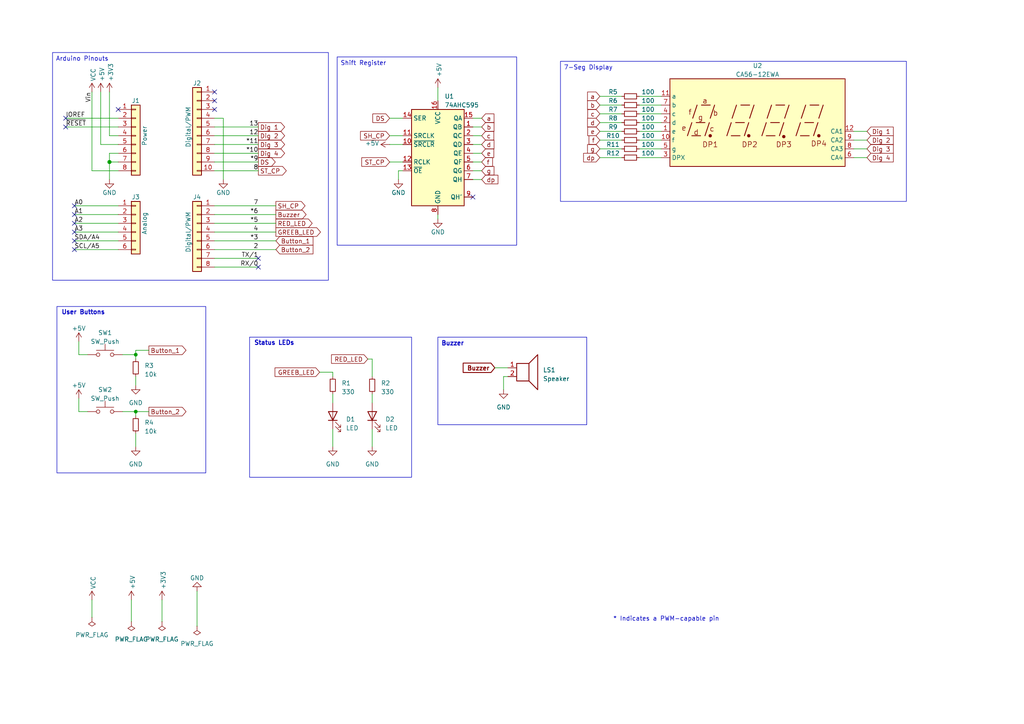
<source format=kicad_sch>
(kicad_sch (version 20230121) (generator eeschema)
  (paper "A4")
  (title_block (title "Arduino Uno Shield") (date "mar. 31 mars 2015") (rev "1.0"))
  (lib_symbols
    (symbol "+5V_1" (power) (pin_names (offset 0))
      (property "Value" "+5V_1" (at 0 3.556 0))
      (symbol "+5V_1_0_1"
        (polyline (pts (xy -0.762 1.27) (xy 0 2.54)))
        (polyline (pts (xy 0 0) (xy 0 2.54)))
        (polyline (pts (xy 0 2.54) (xy 0.762 1.27)))
      )
      (symbol "+5V_1_1_1"
        (pin power_in line (at 0 0 90) (length 0) hide (name "+5V") (number "1"))
      )
    )
    (symbol "74xx:74AHC595"
      (property "Reference" "U" (at -7.62 13.97 0))
      (property "Value" "74AHC595" (at -7.62 -16.51 0))
      (symbol "74AHC595_1_0"
        (pin tri_state line (at 10.16 7.62 180) (length 2.54) (name "QB") (number "1"))
        (pin input line (at -10.16 2.54 0) (length 2.54) (name "~{SRCLR}") (number "10"))
        (pin input line (at -10.16 5.08 0) (length 2.54) (name "SRCLK") (number "11"))
        (pin input line (at -10.16 -2.54 0) (length 2.54) (name "RCLK") (number "12"))
        (pin input line (at -10.16 -5.08 0) (length 2.54) (name "~{OE}") (number "13"))
        (pin input line (at -10.16 10.16 0) (length 2.54) (name "SER") (number "14"))
        (pin tri_state line (at 10.16 10.16 180) (length 2.54) (name "QA") (number "15"))
        (pin power_in line (at 0 15.24 270) (length 2.54) (name "VCC") (number "16"))
        (pin tri_state line (at 10.16 5.08 180) (length 2.54) (name "QC") (number "2"))
        (pin tri_state line (at 10.16 2.54 180) (length 2.54) (name "QD") (number "3"))
        (pin tri_state line (at 10.16 0 180) (length 2.54) (name "QE") (number "4"))
        (pin tri_state line (at 10.16 -2.54 180) (length 2.54) (name "QF") (number "5"))
        (pin tri_state line (at 10.16 -5.08 180) (length 2.54) (name "QG") (number "6"))
        (pin tri_state line (at 10.16 -7.62 180) (length 2.54) (name "QH") (number "7"))
        (pin power_in line (at 0 -17.78 90) (length 2.54) (name "GND") (number "8"))
        (pin output line (at 10.16 -12.7 180) (length 2.54) (name "QH'") (number "9"))
      )
      (symbol "74AHC595_1_1"
        (rectangle (start -7.62 12.7) (end 7.62 -15.24) (stroke (width 0.254)) (fill (type background)))
      )
    )
    (symbol "Connector_Generic:Conn_01x06" (pin_names (offset 1.016) hide)
      (property "Reference" "J" (at 0 7.62 0))
      (property "Value" "Conn_01x06" (at 0 -10.16 0))
      (symbol "Conn_01x06_1_1"
        (rectangle (start -1.27 -7.493) (end 0 -7.747) (stroke (width 0.1524)))
        (rectangle (start -1.27 -4.953) (end 0 -5.207) (stroke (width 0.1524)))
        (rectangle (start -1.27 -2.413) (end 0 -2.667) (stroke (width 0.1524)))
        (rectangle (start -1.27 0.127) (end 0 -0.127) (stroke (width 0.1524)))
        (rectangle (start -1.27 2.667) (end 0 2.413) (stroke (width 0.1524)))
        (rectangle (start -1.27 5.207) (end 0 4.953) (stroke (width 0.1524)))
        (rectangle (start -1.27 6.35) (end 1.27 -8.89) (stroke (width 0.254)) (fill (type background)))
        (pin passive line (at -5.08 5.08 0) (length 3.81) (name "Pin_1") (number "1"))
        (pin passive line (at -5.08 2.54 0) (length 3.81) (name "Pin_2") (number "2"))
        (pin passive line (at -5.08 0 0) (length 3.81) (name "Pin_3") (number "3"))
        (pin passive line (at -5.08 -2.54 0) (length 3.81) (name "Pin_4") (number "4"))
        (pin passive line (at -5.08 -5.08 0) (length 3.81) (name "Pin_5") (number "5"))
        (pin passive line (at -5.08 -7.62 0) (length 3.81) (name "Pin_6") (number "6"))
      )
    )
    (symbol "Connector_Generic:Conn_01x08" (pin_names (offset 1.016) hide)
      (property "Reference" "J" (at 0 10.16 0))
      (property "Value" "Conn_01x08" (at 0 -12.7 0))
      (symbol "Conn_01x08_1_1"
        (rectangle (start -1.27 -10.033) (end 0 -10.287) (stroke (width 0.1524)))
        (rectangle (start -1.27 -7.493) (end 0 -7.747) (stroke (width 0.1524)))
        (rectangle (start -1.27 -4.953) (end 0 -5.207) (stroke (width 0.1524)))
        (rectangle (start -1.27 -2.413) (end 0 -2.667) (stroke (width 0.1524)))
        (rectangle (start -1.27 0.127) (end 0 -0.127) (stroke (width 0.1524)))
        (rectangle (start -1.27 2.667) (end 0 2.413) (stroke (width 0.1524)))
        (rectangle (start -1.27 5.207) (end 0 4.953) (stroke (width 0.1524)))
        (rectangle (start -1.27 7.747) (end 0 7.493) (stroke (width 0.1524)))
        (rectangle (start -1.27 8.89) (end 1.27 -11.43) (stroke (width 0.254)) (fill (type background)))
        (pin passive line (at -5.08 7.62 0) (length 3.81) (name "Pin_1") (number "1"))
        (pin passive line (at -5.08 5.08 0) (length 3.81) (name "Pin_2") (number "2"))
        (pin passive line (at -5.08 2.54 0) (length 3.81) (name "Pin_3") (number "3"))
        (pin passive line (at -5.08 0 0) (length 3.81) (name "Pin_4") (number "4"))
        (pin passive line (at -5.08 -2.54 0) (length 3.81) (name "Pin_5") (number "5"))
        (pin passive line (at -5.08 -5.08 0) (length 3.81) (name "Pin_6") (number "6"))
        (pin passive line (at -5.08 -7.62 0) (length 3.81) (name "Pin_7") (number "7"))
        (pin passive line (at -5.08 -10.16 0) (length 3.81) (name "Pin_8") (number "8"))
      )
    )
    (symbol "Connector_Generic:Conn_01x10" (pin_names (offset 1.016) hide)
      (property "Reference" "J" (at 0 12.7 0))
      (property "Value" "Conn_01x10" (at 0 -15.24 0))
      (symbol "Conn_01x10_1_1"
        (rectangle (start -1.27 -12.573) (end 0 -12.827) (stroke (width 0.1524)))
        (rectangle (start -1.27 -10.033) (end 0 -10.287) (stroke (width 0.1524)))
        (rectangle (start -1.27 -7.493) (end 0 -7.747) (stroke (width 0.1524)))
        (rectangle (start -1.27 -4.953) (end 0 -5.207) (stroke (width 0.1524)))
        (rectangle (start -1.27 -2.413) (end 0 -2.667) (stroke (width 0.1524)))
        (rectangle (start -1.27 0.127) (end 0 -0.127) (stroke (width 0.1524)))
        (rectangle (start -1.27 2.667) (end 0 2.413) (stroke (width 0.1524)))
        (rectangle (start -1.27 5.207) (end 0 4.953) (stroke (width 0.1524)))
        (rectangle (start -1.27 7.747) (end 0 7.493) (stroke (width 0.1524)))
        (rectangle (start -1.27 10.287) (end 0 10.033) (stroke (width 0.1524)))
        (rectangle (start -1.27 11.43) (end 1.27 -13.97) (stroke (width 0.254)) (fill (type background)))
        (pin passive line (at -5.08 10.16 0) (length 3.81) (name "Pin_1") (number "1"))
        (pin passive line (at -5.08 -12.7 0) (length 3.81) (name "Pin_10") (number "10"))
        (pin passive line (at -5.08 7.62 0) (length 3.81) (name "Pin_2") (number "2"))
        (pin passive line (at -5.08 5.08 0) (length 3.81) (name "Pin_3") (number "3"))
        (pin passive line (at -5.08 2.54 0) (length 3.81) (name "Pin_4") (number "4"))
        (pin passive line (at -5.08 0 0) (length 3.81) (name "Pin_5") (number "5"))
        (pin passive line (at -5.08 -2.54 0) (length 3.81) (name "Pin_6") (number "6"))
        (pin passive line (at -5.08 -5.08 0) (length 3.81) (name "Pin_7") (number "7"))
        (pin passive line (at -5.08 -7.62 0) (length 3.81) (name "Pin_8") (number "8"))
        (pin passive line (at -5.08 -10.16 0) (length 3.81) (name "Pin_9") (number "9"))
      )
    )
    (symbol "Device:LED" (pin_numbers hide) (pin_names (offset 1.016) hide)
      (property "Reference" "D" (at 0 2.54 0))
      (property "Value" "LED" (at 0 -2.54 0))
      (symbol "LED_0_1"
        (polyline (pts (xy -1.27 -1.27) (xy -1.27 1.27)) (stroke (width 0.254)))
        (polyline (pts (xy -1.27 0) (xy 1.27 0)))
        (polyline (pts (xy 1.27 -1.27) (xy 1.27 1.27) (xy -1.27 0) (xy 1.27 -1.27)) (stroke (width 0.254)))
        (polyline (pts (xy -3.048 -0.762) (xy -4.572 -2.286) (xy -3.81 -2.286) (xy -4.572 -2.286) (xy -4.572 -1.524)))
        (polyline (pts (xy -1.778 -0.762) (xy -3.302 -2.286) (xy -2.54 -2.286) (xy -3.302 -2.286) (xy -3.302 -1.524)))
      )
      (symbol "LED_1_1"
        (pin passive line (at -3.81 0 0) (length 2.54) (name "K") (number "1"))
        (pin passive line (at 3.81 0 180) (length 2.54) (name "A") (number "2"))
      )
    )
    (symbol "Device:R_Small" (pin_numbers hide) (pin_names (offset 0.254) hide)
      (property "Reference" "R" (at 0.762 0.508 0))
      (property "Value" "R_Small" (at 0.762 -1.016 0))
      (symbol "R_Small_0_1"
        (rectangle (start -0.762 1.778) (end 0.762 -1.778) (stroke (width 0.2032)))
      )
      (symbol "R_Small_1_1"
        (pin passive line (at 0 2.54 270) (length 0.762) (name "~") (number "1"))
        (pin passive line (at 0 -2.54 90) (length 0.762) (name "~") (number "2"))
      )
    )
    (symbol "Device:Speaker" (pin_names (offset 0) hide)
      (property "Reference" "LS" (at 1.27 5.715 0))
      (property "Value" "Speaker" (at 1.27 3.81 0))
      (symbol "Speaker_0_0"
        (rectangle (start -2.54 1.27) (end 1.016 -3.81) (stroke (width 0.254)))
        (polyline (pts (xy 1.016 1.27) (xy 3.556 3.81) (xy 3.556 -6.35) (xy 1.016 -3.81)) (stroke (width 0.254)))
      )
      (symbol "Speaker_1_1"
        (pin input line (at -5.08 0 0) (length 2.54) (name "1") (number "1"))
        (pin input line (at -5.08 -2.54 0) (length 2.54) (name "2") (number "2"))
      )
    )
    (symbol "Display_Character:CA56-12EWA"
      (property "Reference" "U" (at -24.13 13.97 0))
      (property "Value" "CA56-12EWA" (at 19.05 13.97 0))
      (symbol "CA56-12EWA_0_0"
        (rectangle (start -25.4 12.7) (end 25.4 -12.7) (stroke (width 0.254)) (fill (type background)))
        (polyline (pts (xy -20.32 -3.81) (xy -19.05 0)) (stroke (width 0.254)))
        (polyline (pts (xy -19.05 -3.81) (xy -16.51 -3.81)) (stroke (width 0.254)))
        (polyline (pts (xy -18.796 1.27) (xy -17.526 5.08)) (stroke (width 0.254)))
        (polyline (pts (xy -17.78 0) (xy -15.24 0)) (stroke (width 0.254)))
        (polyline (pts (xy -16.256 5.08) (xy -13.716 5.08)) (stroke (width 0.254)))
        (polyline (pts (xy -15.24 -3.81) (xy -13.97 0)) (stroke (width 0.254)))
        (polyline (pts (xy -13.716 1.27) (xy -12.446 5.08)) (stroke (width 0.254)))
        (polyline (pts (xy -8.89 -3.81) (xy -7.62 0)) (stroke (width 0.254)))
        (polyline (pts (xy -7.62 -3.81) (xy -5.08 -3.81)) (stroke (width 0.254)))
        (polyline (pts (xy -7.366 1.27) (xy -6.096 5.08)) (stroke (width 0.254)))
        (polyline (pts (xy -6.35 0) (xy -3.81 0)) (stroke (width 0.254)))
        (polyline (pts (xy -4.826 5.08) (xy -2.286 5.08)) (stroke (width 0.254)))
        (polyline (pts (xy -3.81 -3.81) (xy -2.54 0)) (stroke (width 0.254)))
        (polyline (pts (xy -2.286 1.27) (xy -1.016 5.08)) (stroke (width 0.254)))
        (polyline (pts (xy 1.27 -3.81) (xy 2.54 0)) (stroke (width 0.254)))
        (polyline (pts (xy 2.54 -3.81) (xy 5.08 -3.81)) (stroke (width 0.254)))
        (polyline (pts (xy 2.794 1.27) (xy 4.064 5.08)) (stroke (width 0.254)))
        (polyline (pts (xy 3.81 0) (xy 6.35 0)) (stroke (width 0.254)))
        (polyline (pts (xy 5.334 5.08) (xy 7.874 5.08)) (stroke (width 0.254)))
        (polyline (pts (xy 6.35 -3.81) (xy 7.62 0)) (stroke (width 0.254)))
        (polyline (pts (xy 7.874 1.27) (xy 9.144 5.08)) (stroke (width 0.254)))
        (polyline (pts (xy 11.176 -3.81) (xy 12.446 0)) (stroke (width 0.254)))
        (polyline (pts (xy 12.446 -3.81) (xy 14.986 -3.81)) (stroke (width 0.254)))
        (polyline (pts (xy 12.7 1.27) (xy 13.97 5.08)) (stroke (width 0.254)))
        (polyline (pts (xy 13.716 0) (xy 16.256 0)) (stroke (width 0.254)))
        (polyline (pts (xy 15.24 5.08) (xy 17.78 5.08)) (stroke (width 0.254)))
        (polyline (pts (xy 16.256 -3.81) (xy 17.526 0)) (stroke (width 0.254)))
        (polyline (pts (xy 17.78 1.27) (xy 19.05 5.08)) (stroke (width 0.254)))
        (text "a" (at -15.24 6.35 0) (effects (font (size 1.524 1.524))))
        (text "b" (at -12.192 2.794 0) (effects (font (size 1.524 1.524))))
        (text "c" (at -13.208 -1.778 0) (effects (font (size 1.524 1.524))))
        (text "d" (at -17.78 -2.794 0) (effects (font (size 1.524 1.524))))
        (text "DP1" (at -13.716 -6.35 0) (effects (font (size 1.524 1.524))))
        (text "DP2" (at -2.286 -6.35 0) (effects (font (size 1.524 1.524))))
        (text "DP3" (at 7.62 -6.35 0) (effects (font (size 1.524 1.524))))
        (text "DP4" (at 17.78 -6.096 0) (effects (font (size 1.524 1.524))))
        (text "e" (at -21.336 -1.524 0) (effects (font (size 1.524 1.524))))
        (text "f" (at -19.558 3.048 0) (effects (font (size 1.524 1.524))))
        (text "g" (at -16.51 1.524 0) (effects (font (size 1.524 1.524))))
      )
      (symbol "CA56-12EWA_0_1"
        (circle (center -13.716 -3.81) (radius 0.3556) (stroke (width 0.254)) (fill (type outline)))
        (circle (center -2.54 -3.81) (radius 0.3556) (stroke (width 0.254)) (fill (type outline)))
      )
      (symbol "CA56-12EWA_1_0"
        (circle (center 7.62 -4.064) (radius 0.3556) (stroke (width 0.254)) (fill (type outline)))
        (circle (center 17.78 -3.81) (radius 0.3556) (stroke (width 0.254)) (fill (type outline)))
      )
      (symbol "CA56-12EWA_1_1"
        (pin input line (at -27.94 -2.54 0) (length 2.54) (name "e") (number "1"))
        (pin input line (at -27.94 -5.08 0) (length 2.54) (name "f") (number "10"))
        (pin input line (at -27.94 7.62 0) (length 2.54) (name "a") (number "11"))
        (pin input line (at 27.94 -2.54 180) (length 2.54) (name "CA1") (number "12"))
        (pin input line (at -27.94 0 0) (length 2.54) (name "d") (number "2"))
        (pin input line (at -27.94 -10.16 0) (length 2.54) (name "DPX") (number "3"))
        (pin input line (at -27.94 2.54 0) (length 2.54) (name "c") (number "4"))
        (pin input line (at -27.94 -7.62 0) (length 2.54) (name "g") (number "5"))
        (pin input line (at 27.94 -10.16 180) (length 2.54) (name "CA4") (number "6"))
        (pin input line (at -27.94 5.08 0) (length 2.54) (name "b") (number "7"))
        (pin input line (at 27.94 -7.62 180) (length 2.54) (name "CA3") (number "8"))
        (pin input line (at 27.94 -5.08 180) (length 2.54) (name "CA2") (number "9"))
      )
    )
    (symbol "GND_1" (power) (pin_names (offset 0))
      (property "Value" "GND_1" (at 0 -3.81 0))
      (symbol "GND_1_0_1"
        (polyline (pts (xy 0 0) (xy 0 -1.27) (xy 1.27 -1.27) (xy 0 -2.54) (xy -1.27 -1.27) (xy 0 -1.27)))
      )
      (symbol "GND_1_1_1"
        (pin power_in line (at 0 0 270) (length 0) hide (name "GND") (number "1"))
      )
    )
    (symbol "GND_2" (power) (pin_names (offset 0))
      (property "Value" "GND_2" (at 0 -3.81 0))
      (symbol "GND_2_0_1"
        (polyline (pts (xy 0 0) (xy 0 -1.27) (xy 1.27 -1.27) (xy 0 -2.54) (xy -1.27 -1.27) (xy 0 -1.27)))
      )
      (symbol "GND_2_1_1"
        (pin power_in line (at 0 0 270) (length 0) hide (name "GND") (number "1"))
      )
    )
    (symbol "GND_3" (power) (pin_names (offset 0))
      (property "Value" "GND_3" (at 0 -3.81 0))
      (symbol "GND_3_0_1"
        (polyline (pts (xy 0 0) (xy 0 -1.27) (xy 1.27 -1.27) (xy 0 -2.54) (xy -1.27 -1.27) (xy 0 -1.27)))
      )
      (symbol "GND_3_1_1"
        (pin power_in line (at 0 0 270) (length 0) hide (name "GND") (number "1"))
      )
    )
    (symbol "Switch:SW_Push" (pin_numbers hide) (pin_names (offset 1.016) hide)
      (property "Reference" "SW" (at 1.27 2.54 0))
      (property "Value" "SW_Push" (at 0 -1.524 0))
      (symbol "SW_Push_0_1"
        (circle (center -2.032 0) (radius 0.508))
        (polyline (pts (xy 0 1.27) (xy 0 3.048)))
        (polyline (pts (xy 2.54 1.27) (xy -2.54 1.27)))
        (circle (center 2.032 0) (radius 0.508))
        (pin passive line (at -5.08 0 0) (length 2.54) (name "1") (number "1"))
        (pin passive line (at 5.08 0 180) (length 2.54) (name "2") (number "2"))
      )
    )
    (symbol "power:+3V3" (power) (pin_names (offset 0))
      (property "Value" "+3V3" (at 0 3.556 0))
      (symbol "+3V3_0_1"
        (polyline (pts (xy -0.762 1.27) (xy 0 2.54)))
        (polyline (pts (xy 0 0) (xy 0 2.54)))
        (polyline (pts (xy 0 2.54) (xy 0.762 1.27)))
      )
      (symbol "+3V3_1_1"
        (pin power_in line (at 0 0 90) (length 0) hide (name "+3V3") (number "1"))
      )
    )
    (symbol "power:+5V" (power) (pin_names (offset 0))
      (property "Value" "+5V" (at 0 3.556 0))
      (symbol "+5V_0_1"
        (polyline (pts (xy -0.762 1.27) (xy 0 2.54)))
        (polyline (pts (xy 0 0) (xy 0 2.54)))
        (polyline (pts (xy 0 2.54) (xy 0.762 1.27)))
      )
      (symbol "+5V_1_1"
        (pin power_in line (at 0 0 90) (length 0) hide (name "+5V") (number "1"))
      )
    )
    (symbol "power:GND" (power) (pin_names (offset 0))
      (property "Value" "GND" (at 0 -3.81 0))
      (symbol "GND_0_1"
        (polyline (pts (xy 0 0) (xy 0 -1.27) (xy 1.27 -1.27) (xy 0 -2.54) (xy -1.27 -1.27) (xy 0 -1.27)))
      )
      (symbol "GND_1_1"
        (pin power_in line (at 0 0 270) (length 0) hide (name "GND") (number "1"))
      )
    )
    (symbol "power:PWR_FLAG" (power) (pin_numbers hide) (pin_names (offset 0) hide)
      (property "Value" "PWR_FLAG" (at 0 3.81 0))
      (symbol "PWR_FLAG_0_0"
        (pin power_out line (at 0 0 90) (length 0) (name "pwr") (number "1"))
      )
      (symbol "PWR_FLAG_0_1"
        (polyline (pts (xy 0 0) (xy 0 1.27) (xy -1.016 1.905) (xy 0 2.54) (xy 1.016 1.905) (xy 0 1.27)))
      )
    )
    (symbol "power:VCC" (power) (pin_names (offset 0))
      (property "Value" "VCC" (at 0 3.81 0))
      (symbol "VCC_0_1"
        (polyline (pts (xy -0.762 1.27) (xy 0 2.54)))
        (polyline (pts (xy 0 0) (xy 0 2.54)))
        (polyline (pts (xy 0 2.54) (xy 0.762 1.27)))
      )
      (symbol "VCC_1_1"
        (pin power_in line (at 0 0 90) (length 0) hide (name "VCC") (number "1"))
      )
    )
  )
  (junction (at 39.37 119.38))
  (junction (at 31.75 46.99) (diameter 1.016))
  (junction (at 39.37 102.87))
  (no_connect (at 74.93 77.47))
  (no_connect (at 19.05 36.83))
  (no_connect (at 21.59 64.77))
  (no_connect (at 137.16 57.15))
  (no_connect (at 62.23 26.67))
  (no_connect (at 21.59 69.85))
  (no_connect (at 19.05 34.29))
  (no_connect (at 21.59 72.39))
  (no_connect (at 74.93 74.93))
  (no_connect (at 21.59 59.69))
  (no_connect (at 21.59 62.23))
  (no_connect (at 62.23 29.21))
  (no_connect (at 21.59 67.31))
  (no_connect (at 34.29 31.75))
  (no_connect (at 62.23 31.75))
  (wire (pts (xy 62.23 77.47) (xy 74.93 77.47)))
  (wire (pts (xy 137.16 46.99) (xy 139.7 46.99)))
  (wire (pts (xy 113.03 34.29) (xy 116.84 34.29)))
  (wire (pts (xy 247.65 38.1) (xy 251.46 38.1)))
  (wire (pts (xy 185.42 40.64) (xy 191.77 40.64)))
  (wire (pts (xy 62.23 44.45) (xy 74.93 44.45)))
  (wire (pts (xy 39.37 109.22) (xy 39.37 111.76)))
  (wire (pts (xy 185.42 43.18) (xy 191.77 43.18)))
  (wire (pts (xy 113.03 41.91) (xy 116.84 41.91)))
  (wire (pts (xy 62.23 64.77) (xy 80.01 64.77)))
  (wire (pts (xy 62.23 62.23) (xy 80.01 62.23)))
  (wire (pts (xy 185.42 38.1) (xy 191.77 38.1)))
  (wire (pts (xy 113.03 39.37) (xy 116.84 39.37)))
  (wire (pts (xy 31.75 44.45) (xy 31.75 46.99)))
  (wire (pts (xy 185.42 27.94) (xy 191.77 27.94)))
  (wire (pts (xy 22.86 115.57) (xy 22.86 119.38)))
  (wire (pts (xy 185.42 35.56) (xy 191.77 35.56)))
  (wire (pts (xy 21.59 72.39) (xy 34.29 72.39)))
  (wire (pts (xy 96.52 107.95) (xy 96.52 109.22)))
  (wire (pts (xy 173.99 43.18) (xy 180.34 43.18)))
  (wire (pts (xy 247.65 43.18) (xy 251.46 43.18)))
  (wire (pts (xy 38.1 173.99) (xy 38.1 180.34)))
  (wire (pts (xy 31.75 46.99) (xy 31.75 52.07)))
  (wire (pts (xy 173.99 40.64) (xy 180.34 40.64)))
  (wire (pts (xy 39.37 119.38) (xy 39.37 120.65)))
  (wire (pts (xy 31.75 39.37) (xy 34.29 39.37)))
  (wire (pts (xy 29.21 41.91) (xy 34.29 41.91)))
  (wire (pts (xy 137.16 52.07) (xy 139.7 52.07)))
  (wire (pts (xy 62.23 59.69) (xy 80.01 59.69)))
  (wire (pts (xy 29.21 26.67) (xy 29.21 41.91)))
  (wire (pts (xy 137.16 36.83) (xy 139.7 36.83)))
  (wire (pts (xy 173.99 33.02) (xy 180.34 33.02)))
  (wire (pts (xy 62.23 36.83) (xy 74.93 36.83)))
  (wire (pts (xy 31.75 26.67) (xy 31.75 39.37)))
  (wire (pts (xy 185.42 33.02) (xy 191.77 33.02)))
  (wire (pts (xy 34.29 59.69) (xy 21.59 59.69)))
  (wire (pts (xy 62.23 39.37) (xy 74.93 39.37)))
  (wire (pts (xy 35.56 102.87) (xy 39.37 102.87)))
  (wire (pts (xy 137.16 44.45) (xy 139.7 44.45)))
  (wire (pts (xy 173.99 27.94) (xy 180.34 27.94)))
  (wire (pts (xy 173.99 45.72) (xy 180.34 45.72)))
  (wire (pts (xy 39.37 102.87) (xy 39.37 104.14)))
  (wire (pts (xy 147.32 109.22) (xy 146.05 109.22)))
  (wire (pts (xy 62.23 46.99) (xy 74.93 46.99)))
  (wire (pts (xy 137.16 39.37) (xy 139.7 39.37)))
  (wire (pts (xy 46.99 173.99) (xy 46.99 180.34)))
  (wire (pts (xy 146.05 109.22) (xy 146.05 113.03)))
  (wire (pts (xy 26.67 173.99) (xy 26.67 179.07)))
  (wire (pts (xy 39.37 125.73) (xy 39.37 129.54)))
  (wire (pts (xy 106.68 104.14) (xy 107.95 104.14)))
  (wire (pts (xy 19.05 34.29) (xy 34.29 34.29)))
  (wire (pts (xy 96.52 114.3) (xy 96.52 116.84)))
  (wire (pts (xy 127 25.4) (xy 127 29.21)))
  (wire (pts (xy 127 62.23) (xy 127 63.5)))
  (wire (pts (xy 22.86 99.06) (xy 22.86 102.87)))
  (wire (pts (xy 64.77 34.29) (xy 64.77 52.07)))
  (wire (pts (xy 57.15 171.45) (xy 57.15 181.61)))
  (wire (pts (xy 107.95 104.14) (xy 107.95 109.22)))
  (wire (pts (xy 247.65 40.64) (xy 251.46 40.64)))
  (wire (pts (xy 185.42 30.48) (xy 191.77 30.48)))
  (wire (pts (xy 39.37 119.38) (xy 43.18 119.38)))
  (wire (pts (xy 34.29 64.77) (xy 21.59 64.77)))
  (wire (pts (xy 19.05 36.83) (xy 34.29 36.83)))
  (wire (pts (xy 34.29 46.99) (xy 31.75 46.99)))
  (wire (pts (xy 137.16 34.29) (xy 139.7 34.29)))
  (wire (pts (xy 34.29 49.53) (xy 26.67 49.53)))
  (wire (pts (xy 21.59 62.23) (xy 34.29 62.23)))
  (wire (pts (xy 92.71 107.95) (xy 96.52 107.95)))
  (wire (pts (xy 247.65 45.72) (xy 251.46 45.72)))
  (wire (pts (xy 143.51 106.68) (xy 147.32 106.68)))
  (wire (pts (xy 22.86 119.38) (xy 25.4 119.38)))
  (wire (pts (xy 107.95 124.46) (xy 107.95 129.54)))
  (wire (pts (xy 137.16 49.53) (xy 139.7 49.53)))
  (wire (pts (xy 173.99 30.48) (xy 180.34 30.48)))
  (wire (pts (xy 43.18 101.6) (xy 39.37 101.6)))
  (wire (pts (xy 62.23 34.29) (xy 64.77 34.29)))
  (wire (pts (xy 34.29 44.45) (xy 31.75 44.45)))
  (wire (pts (xy 62.23 41.91) (xy 74.93 41.91)))
  (wire (pts (xy 113.03 46.99) (xy 116.84 46.99)))
  (wire (pts (xy 39.37 101.6) (xy 39.37 102.87)))
  (wire (pts (xy 21.59 67.31) (xy 34.29 67.31)))
  (wire (pts (xy 116.84 49.53) (xy 115.57 49.53)))
  (wire (pts (xy 137.16 41.91) (xy 139.7 41.91)))
  (wire (pts (xy 107.95 114.3) (xy 107.95 116.84)))
  (wire (pts (xy 35.56 119.38) (xy 39.37 119.38)))
  (wire (pts (xy 22.86 102.87) (xy 25.4 102.87)))
  (wire (pts (xy 62.23 72.39) (xy 80.01 72.39)))
  (wire (pts (xy 62.23 69.85) (xy 80.01 69.85)))
  (wire (pts (xy 115.57 49.53) (xy 115.57 52.07)))
  (wire (pts (xy 96.52 124.46) (xy 96.52 129.54)))
  (wire (pts (xy 173.99 35.56) (xy 180.34 35.56)))
  (wire (pts (xy 173.99 38.1) (xy 180.34 38.1)))
  (wire (pts (xy 185.42 45.72) (xy 191.77 45.72)))
  (wire (pts (xy 62.23 74.93) (xy 74.93 74.93)))
  (wire (pts (xy 26.67 49.53) (xy 26.67 26.67)))
  (wire (pts (xy 34.29 69.85) (xy 21.59 69.85)))
  (wire (pts (xy 62.23 49.53) (xy 74.93 49.53)))
  (wire (pts (xy 62.23 67.31) (xy 80.01 67.31)))
  (rectangle (start 16.51 88.9) (end 59.69 137.16))
  (rectangle (start 72.39 97.79) (end 119.38 138.43))
  (text_box "Arduino Pinouts" (at 15.24 15.24 0) (size 80.01 66.04) (effects (font (size 1.27 1.27)) (justify left top)))
  (text_box "7-Seg Display" (at 162.56 17.78 0) (size 100.33 40.64) (effects (font (size 1.27 1.27)) (justify left top)))
  (text_box "Shift Register\n" (at 97.79 16.51 0) (size 52.07 54.61) (effects (font (size 1.27 1.27)) (justify left top)))
  (text_box "Buzzer" (at 127 97.79 0) (size 43.18 25.4) (effects (font (size 1.27 1.27) bold) (justify left top)))
  (text "User Buttons" (at 17.78 91.44 0) (effects (font (size 1.27 1.27) (thickness 0.254) bold) (justify left bottom)))
  (text "Status LEDs" (at 73.66 100.33 0) (effects (font (size 1.27 1.27) (thickness 0.254) bold) (justify left bottom)))
  (text "* Indicates a PWM-capable pin" (at 177.8 180.34 0) (effects (font (size 1.27 1.27)) (justify left bottom)))
  (label "RX{slash}0" (at 74.93 77.47 180))
  (label "A2" (at 21.59 64.77 0))
  (label "4" (at 74.93 67.31 180))
  (label "2" (at 74.93 72.39 180))
  (label "A3" (at 21.59 67.31 0))
  (label "13" (at 74.93 36.83 180))
  (label "12" (at 74.93 39.37 180))
  (label "~{RESET}" (at 19.05 36.83 0))
  (label "*10" (at 74.93 44.45 180))
  (label "7" (at 74.93 59.69 180))
  (label "8" (at 74.93 49.53 180))
  (label "*11" (at 74.93 41.91 180))
  (label "*3" (at 74.93 69.85 180))
  (label "A1" (at 21.59 62.23 0))
  (label "TX{slash}1" (at 74.93 74.93 180))
  (label "A0" (at 21.59 59.69 0))
  (label "Vin" (at 26.67 26.67 270))
  (label "*6" (at 74.93 62.23 180))
  (label "*9" (at 74.93 46.99 180))
  (label "*5" (at 74.93 64.77 180))
  (label "IOREF" (at 19.05 34.29 0))
  (label "SDA{slash}A4" (at 21.59 69.85 0))
  (label "SCL{slash}A5" (at 21.59 72.39 0))
  (global_label "Button_2" (shape output) (at 43.18 119.38 0) (property "Intersheetrefs" "${INTERSHEET_REFS}" (effects hide)))
  (global_label "e" (shape input) (at 139.7 44.45 0) (property "Intersheetrefs" "${INTERSHEET_REFS}" (effects hide)))
  (global_label "f" (shape input) (at 173.99 40.64 180) (property "Intersheetrefs" "${INTERSHEET_REFS}" (effects hide)))
  (global_label "Button_1" (shape input) (at 80.01 69.85 0) (property "Intersheetrefs" "${INTERSHEET_REFS}" (effects hide)))
  (global_label "d" (shape input) (at 173.99 35.56 180) (property "Intersheetrefs" "${INTERSHEET_REFS}" (effects hide)))
  (global_label "RED_LED" (shape input) (at 106.68 104.14 180) (property "Intersheetrefs" "${INTERSHEET_REFS}" (effects hide)))
  (global_label "ST_CP" (shape output) (at 74.93 49.53 0) (property "Intersheetrefs" "${INTERSHEET_REFS}" (effects hide)))
  (global_label "SH_CP" (shape output) (at 80.01 59.69 0) (property "Intersheetrefs" "${INTERSHEET_REFS}" (effects hide)))
  (global_label "RED_LED" (shape output) (at 80.01 64.77 0) (property "Intersheetrefs" "${INTERSHEET_REFS}" (effects hide)))
  (global_label "dp" (shape input) (at 139.7 52.07 0) (property "Intersheetrefs" "${INTERSHEET_REFS}" (effects hide)))
  (global_label "Dig 3" (shape input) (at 251.46 43.18 0) (property "Intersheetrefs" "${INTERSHEET_REFS}" (effects hide)))
  (global_label "g" (shape input) (at 139.7 49.53 0) (property "Intersheetrefs" "${INTERSHEET_REFS}" (effects hide)))
  (global_label "Button_1" (shape output) (at 43.18 101.6 0) (property "Intersheetrefs" "${INTERSHEET_REFS}" (effects hide)))
  (global_label "Button_2" (shape input) (at 80.01 72.39 0) (property "Intersheetrefs" "${INTERSHEET_REFS}" (effects hide)))
  (global_label "b" (shape input) (at 139.7 36.83 0) (property "Intersheetrefs" "${INTERSHEET_REFS}" (effects hide)))
  (global_label "DS" (shape input) (at 113.03 34.29 180) (property "Intersheetrefs" "${INTERSHEET_REFS}" (effects hide)))
  (global_label "Buzzer" (shape output) (at 80.01 62.23 0) (property "Intersheetrefs" "${INTERSHEET_REFS}" (effects hide)))
  (global_label "DS" (shape output) (at 74.93 46.99 0) (property "Intersheetrefs" "${INTERSHEET_REFS}" (effects hide)))
  (global_label "GREEB_LED" (shape output) (at 80.01 67.31 0) (property "Intersheetrefs" "${INTERSHEET_REFS}" (effects hide)))
  (global_label "Dig 4" (shape output) (at 74.93 44.45 0) (property "Intersheetrefs" "${INTERSHEET_REFS}" (effects hide)))
  (global_label "Dig 1" (shape output) (at 74.93 36.83 0) (property "Intersheetrefs" "${INTERSHEET_REFS}" (effects hide)))
  (global_label "b" (shape input) (at 173.99 30.48 180) (property "Intersheetrefs" "${INTERSHEET_REFS}" (effects hide)))
  (global_label "SH_CP" (shape input) (at 113.03 39.37 180) (property "Intersheetrefs" "${INTERSHEET_REFS}" (effects hide)))
  (global_label "c" (shape input) (at 173.99 33.02 180) (property "Intersheetrefs" "${INTERSHEET_REFS}" (effects hide)))
  (global_label "Dig 4" (shape input) (at 251.46 45.72 0) (property "Intersheetrefs" "${INTERSHEET_REFS}" (effects hide)))
  (global_label "dp" (shape input) (at 173.99 45.72 180) (property "Intersheetrefs" "${INTERSHEET_REFS}" (effects hide)))
  (global_label "Buzzer" (shape input) (at 143.51 106.68 180) (effects (font bold)) (property "Intersheetrefs" "${INTERSHEET_REFS}" (effects hide)))
  (global_label "Dig 2" (shape output) (at 74.93 39.37 0) (property "Intersheetrefs" "${INTERSHEET_REFS}" (effects hide)))
  (global_label "Dig 1" (shape input) (at 251.46 38.1 0) (property "Intersheetrefs" "${INTERSHEET_REFS}" (effects hide)))
  (global_label "c" (shape input) (at 139.7 39.37 0) (property "Intersheetrefs" "${INTERSHEET_REFS}" (effects hide)))
  (global_label "Dig 2" (shape input) (at 251.46 40.64 0) (property "Intersheetrefs" "${INTERSHEET_REFS}" (effects hide)))
  (global_label "Dig 3" (shape output) (at 74.93 41.91 0) (property "Intersheetrefs" "${INTERSHEET_REFS}" (effects hide)))
  (global_label "g" (shape input) (at 173.99 43.18 180) (property "Intersheetrefs" "${INTERSHEET_REFS}" (effects hide)))
  (global_label "ST_CP" (shape input) (at 113.03 46.99 180) (property "Intersheetrefs" "${INTERSHEET_REFS}" (effects hide)))
  (global_label "f" (shape input) (at 139.7 46.99 0) (property "Intersheetrefs" "${INTERSHEET_REFS}" (effects hide)))
  (global_label "d" (shape input) (at 139.7 41.91 0) (property "Intersheetrefs" "${INTERSHEET_REFS}" (effects hide)))
  (global_label "a" (shape input) (at 173.99 27.94 180) (property "Intersheetrefs" "${INTERSHEET_REFS}" (effects hide)))
  (global_label "a" (shape input) (at 139.7 34.29 0) (property "Intersheetrefs" "${INTERSHEET_REFS}" (effects hide)))
  (global_label "e" (shape input) (at 173.99 38.1 180) (property "Intersheetrefs" "${INTERSHEET_REFS}" (effects hide)))
  (global_label "GREEB_LED" (shape input) (at 92.71 107.95 180) (property "Intersheetrefs" "${INTERSHEET_REFS}" (effects hide)))
  (symbol (lib_id "Connector_Generic:Conn_01x08") (at 39.37 39.37 0) (unit 1)
    (property "Reference" "J1" (at 39.37 29.21 0))
    (property "Value" "Power" (at 41.91 39.37 90))
    (property "Footprint" "Connector_PinSocket_2.54mm:PinSocket_1x08_P2.54mm_Vertical" (effects hide))
  )
  (symbol (lib_id "power:+3V3") (at 31.75 26.67 0) (unit 1)
    (property "Reference" "#PWR03" (effects hide))
    (property "Value" "+3.3V" (at 32.131 23.622 90) (effects (justify left)))
  )
  (symbol (lib_id "power:+5V") (at 29.21 26.67 0) (unit 1)
    (property "Reference" "#PWR02" (effects hide))
    (property "Value" "+5V" (at 29.5656 23.622 90) (effects (justify left)))
  )
  (symbol (lib_id "power:GND") (at 31.75 52.07 0) (unit 1)
    (property "Reference" "#PWR04" (effects hide))
    (property "Value" "GND" (at 31.75 55.88 0))
  )
  (symbol (lib_id "Connector_Generic:Conn_01x10") (at 57.15 36.83 0) (mirror y) (unit 1)
    (property "Reference" "J2" (at 57.15 24.13 0))
    (property "Value" "Digital/PWM" (at 54.61 36.83 90))
    (property "Footprint" "Connector_PinSocket_2.54mm:PinSocket_1x10_P2.54mm_Vertical" (effects hide))
  )
  (symbol (lib_id "power:GND") (at 64.77 52.07 0) (unit 1)
    (property "Reference" "#PWR05" (effects hide))
    (property "Value" "GND" (at 64.77 55.88 0))
  )
  (symbol (lib_id "Connector_Generic:Conn_01x06") (at 39.37 64.77 0) (unit 1)
    (property "Reference" "J3" (at 39.37 57.15 0))
    (property "Value" "Analog" (at 41.91 64.77 90))
    (property "Footprint" "Connector_PinSocket_2.54mm:PinSocket_1x06_P2.54mm_Vertical" (effects hide))
  )
  (symbol (lib_id "Connector_Generic:Conn_01x08") (at 57.15 67.31 0) (mirror y) (unit 1)
    (property "Reference" "J4" (at 57.15 57.15 0))
    (property "Value" "Digital/PWM" (at 54.61 67.31 90))
    (property "Footprint" "Connector_PinSocket_2.54mm:PinSocket_1x08_P2.54mm_Vertical" (effects hide))
  )
  (symbol (lib_id "Device:LED") (at 107.95 120.65 90) (unit 1)
    (property "Reference" "D2" (at 111.76 121.6025 90) (effects (justify right)))
    (property "Value" "LED" (at 111.76 124.1425 90) (effects (justify right)))
    (property "Footprint" "LED_THT:LED_D5.0mm" (effects hide))
  )
  (symbol (lib_id "Device:R_Small") (at 182.88 35.56 90) (unit 1)
    (property "Reference" "R8" (at 177.8 34.29 90))
    (property "Value" "100" (at 187.96 34.29 90))
    (property "Footprint" "Resistor_THT:R_Axial_DIN0207_L6.3mm_D2.5mm_P10.16mm_Horizontal" (effects hide))
  )
  (symbol (lib_id "Switch:SW_Push") (at 30.48 102.87 0) (unit 1)
    (property "Reference" "SW1" (at 30.48 96.52 0))
    (property "Value" "SW_Push" (at 30.48 99.06 0))
    (property "Footprint" "Button_Switch_THT:SW_PUSH_6mm_H5mm" (effects hide))
  )
  (symbol (lib_id "Device:R_Small") (at 182.88 33.02 90) (unit 1)
    (property "Reference" "R7" (at 177.8 31.75 90))
    (property "Value" "100" (at 187.96 31.75 90))
    (property "Footprint" "Resistor_THT:R_Axial_DIN0207_L6.3mm_D2.5mm_P10.16mm_Horizontal" (effects hide))
  )
  (symbol (lib_name "GND_1") (lib_id "power:GND") (at 146.05 113.03 0) (unit 1)
    (property "Reference" "#PWR012" (effects hide))
    (property "Value" "GND" (at 146.05 118.11 0))
  )
  (symbol (lib_id "Device:R_Small") (at 182.88 40.64 90) (unit 1)
    (property "Reference" "R10" (at 177.8 39.37 90))
    (property "Value" "100" (at 187.96 39.37 90))
    (property "Footprint" "Resistor_THT:R_Axial_DIN0207_L6.3mm_D2.5mm_P10.16mm_Horizontal" (effects hide))
  )
  (symbol (lib_id "power:+5V") (at 127 25.4 0) (unit 1)
    (property "Reference" "#PWR013" (effects hide))
    (property "Value" "+5V" (at 127.3556 22.352 90) (effects (justify left)))
  )
  (symbol (lib_id "Device:R_Small") (at 39.37 123.19 0) (unit 1)
    (property "Reference" "R4" (at 41.91 122.555 0) (effects (justify left)))
    (property "Value" "10k" (at 41.91 125.095 0) (effects (justify left)))
    (property "Footprint" "Resistor_THT:R_Axial_DIN0207_L6.3mm_D2.5mm_P10.16mm_Horizontal" (effects hide))
  )
  (symbol (lib_id "Display_Character:CA56-12EWA") (at 219.71 35.56 0) (unit 1)
    (property "Reference" "U2" (at 219.71 19.05 0))
    (property "Value" "CA56-12EWA" (at 219.71 21.59 0))
    (property "Footprint" "Display_7Segment:CA56-12EWA" (effects hide))
    (property "Datasheet" "http://www.kingbrightusa.com/images/catalog/SPEC/CA56-12EWA.pdf" (effects hide))
  )
  (symbol (lib_id "power:+5V") (at 113.03 41.91 90) (unit 1)
    (property "Reference" "#PWR016" (effects hide))
    (property "Value" "+5V" (at 109.982 41.5544 90) (effects (justify left)))
  )
  (symbol (lib_id "Device:R_Small") (at 107.95 111.76 0) (unit 1)
    (property "Reference" "R2" (at 110.49 111.125 0) (effects (justify left)))
    (property "Value" "330" (at 110.49 113.665 0) (effects (justify left)))
    (property "Footprint" "Resistor_THT:R_Axial_DIN0207_L6.3mm_D2.5mm_P10.16mm_Horizontal" (effects hide))
  )
  (symbol (lib_id "Device:R_Small") (at 96.52 111.76 0) (unit 1)
    (property "Reference" "R1" (at 99.06 111.125 0) (effects (justify left)))
    (property "Value" "330" (at 99.06 113.665 0) (effects (justify left)))
    (property "Footprint" "Resistor_THT:R_Axial_DIN0207_L6.3mm_D2.5mm_P10.16mm_Horizontal" (effects hide))
  )
  (symbol (lib_id "Device:R_Small") (at 182.88 43.18 90) (unit 1)
    (property "Reference" "R11" (at 177.8 41.91 90))
    (property "Value" "100" (at 187.96 41.91 90))
    (property "Footprint" "Resistor_THT:R_Axial_DIN0207_L6.3mm_D2.5mm_P10.16mm_Horizontal" (effects hide))
  )
  (symbol (lib_id "Device:R_Small") (at 39.37 106.68 0) (unit 1)
    (property "Reference" "R3" (at 41.91 106.045 0) (effects (justify left)))
    (property "Value" "10k" (at 41.91 108.585 0) (effects (justify left)))
    (property "Footprint" "Resistor_THT:R_Axial_DIN0207_L6.3mm_D2.5mm_P10.16mm_Horizontal" (effects hide))
  )
  (symbol (lib_name "GND_3") (lib_id "power:GND") (at 57.15 171.45 180) (unit 1)
    (property "Reference" "#PWR020" (effects hide))
    (property "Value" "GND" (at 57.15 167.64 0))
  )
  (symbol (lib_id "power:VCC") (at 26.67 26.67 0) (unit 1)
    (property "Reference" "#PWR01" (effects hide))
    (property "Value" "VCC" (at 27.051 23.622 90) (effects (justify left)))
  )
  (symbol (lib_id "Switch:SW_Push") (at 30.48 119.38 0) (unit 1)
    (property "Reference" "SW2" (at 30.48 113.03 0))
    (property "Value" "SW_Push" (at 30.48 115.57 0))
    (property "Footprint" "Button_Switch_THT:SW_PUSH_6mm_H5mm" (effects hide))
  )
  (symbol (lib_id "power:PWR_FLAG") (at 46.99 180.34 180) (unit 1)
    (property "Reference" "#FLG03" (effects hide))
    (property "Value" "PWR_FLAG" (at 46.99 185.42 0))
  )
  (symbol (lib_name "GND_2") (lib_id "power:GND") (at 39.37 129.54 0) (unit 1)
    (property "Reference" "#PWR011" (effects hide))
    (property "Value" "GND" (at 39.37 134.62 0))
  )
  (symbol (lib_id "power:VCC") (at 26.67 173.99 0) (unit 1)
    (property "Reference" "#PWR017" (effects hide))
    (property "Value" "VCC" (at 27.051 170.942 90) (effects (justify left)))
  )
  (symbol (lib_id "Device:R_Small") (at 182.88 30.48 90) (unit 1)
    (property "Reference" "R6" (at 177.8 29.21 90))
    (property "Value" "100" (at 187.96 29.21 90))
    (property "Footprint" "Resistor_THT:R_Axial_DIN0207_L6.3mm_D2.5mm_P10.16mm_Horizontal" (effects hide))
  )
  (symbol (lib_id "Device:R_Small") (at 182.88 45.72 90) (unit 1)
    (property "Reference" "R12" (at 177.8 44.45 90))
    (property "Value" "100" (at 187.96 44.45 90))
    (property "Footprint" "Resistor_THT:R_Axial_DIN0207_L6.3mm_D2.5mm_P10.16mm_Horizontal" (effects hide))
  )
  (symbol (lib_id "power:PWR_FLAG") (at 57.15 181.61 180) (unit 1)
    (property "Reference" "#FLG04" (effects hide))
    (property "Value" "PWR_FLAG" (at 57.15 186.69 0))
  )
  (symbol (lib_name "+5V_1") (lib_id "power:+5V") (at 22.86 99.06 0) (unit 1)
    (property "Reference" "#PWR08" (effects hide))
    (property "Value" "+5V" (at 22.86 95.25 0))
  )
  (symbol (lib_id "74xx:74AHC595") (at 127 44.45 0) (unit 1)
    (property "Reference" "U1" (at 128.9559 27.94 0) (effects (justify left)))
    (property "Value" "74AHC595" (at 128.9559 30.48 0) (effects (justify left)))
    (property "Footprint" "Package_DIP:DIP-16_W7.62mm_Socket_LongPads" (effects hide))
    (property "Datasheet" "https://assets.nexperia.com/documents/data-sheet/74AHC_AHCT595.pdf" (effects hide))
  )
  (symbol (lib_name "GND_2") (lib_id "power:GND") (at 39.37 111.76 0) (unit 1)
    (property "Reference" "#PWR010" (effects hide))
    (property "Value" "GND" (at 39.37 116.84 0))
  )
  (symbol (lib_id "power:+5V") (at 38.1 173.99 0) (unit 1)
    (property "Reference" "#PWR018" (effects hide))
    (property "Value" "+5V" (at 38.4556 170.942 90) (effects (justify left)))
  )
  (symbol (lib_id "Device:R_Small") (at 182.88 38.1 90) (unit 1)
    (property "Reference" "R9" (at 177.8 36.83 90))
    (property "Value" "100" (at 187.96 36.83 90))
    (property "Footprint" "Resistor_THT:R_Axial_DIN0207_L6.3mm_D2.5mm_P10.16mm_Horizontal" (effects hide))
  )
  (symbol (lib_name "GND_1") (lib_id "power:GND") (at 107.95 129.54 0) (unit 1)
    (property "Reference" "#PWR07" (effects hide))
    (property "Value" "GND" (at 107.95 134.62 0))
  )
  (symbol (lib_id "power:PWR_FLAG") (at 26.67 179.07 180) (unit 1)
    (property "Reference" "#FLG01" (effects hide))
    (property "Value" "PWR_FLAG" (at 26.67 184.15 0))
  )
  (symbol (lib_id "power:GND") (at 115.57 52.07 0) (unit 1)
    (property "Reference" "#PWR014" (effects hide))
    (property "Value" "GND" (at 115.57 55.88 0))
  )
  (symbol (lib_id "Device:Speaker") (at 152.4 106.68 0) (unit 1)
    (property "Reference" "LS1" (at 157.48 107.315 0) (effects (justify left)))
    (property "Value" "Speaker" (at 157.48 109.855 0) (effects (justify left)))
    (property "Footprint" "Buzzer_Beeper:Buzzer_12x9.5RM7.6" (effects hide))
  )
  (symbol (lib_id "Device:LED") (at 96.52 120.65 90) (unit 1)
    (property "Reference" "D1" (at 100.33 121.6025 90) (effects (justify right)))
    (property "Value" "LED" (at 100.33 124.1425 90) (effects (justify right)))
    (property "Footprint" "LED_THT:LED_D5.0mm" (effects hide))
  )
  (symbol (lib_name "GND_1") (lib_id "power:GND") (at 96.52 129.54 0) (unit 1)
    (property "Reference" "#PWR06" (effects hide))
    (property "Value" "GND" (at 96.52 134.62 0))
  )
  (symbol (lib_id "power:GND") (at 127 63.5 0) (unit 1)
    (property "Reference" "#PWR015" (effects hide))
    (property "Value" "GND" (at 127 67.31 0))
  )
  (symbol (lib_id "Device:R_Small") (at 182.88 27.94 90) (unit 1)
    (property "Reference" "R5" (at 177.8 26.67 90))
    (property "Value" "100" (at 187.96 26.67 90))
    (property "Footprint" "Resistor_THT:R_Axial_DIN0207_L6.3mm_D2.5mm_P10.16mm_Horizontal" (effects hide))
  )
  (symbol (lib_name "+5V_1") (lib_id "power:+5V") (at 22.86 115.57 0) (unit 1)
    (property "Reference" "#PWR09" (effects hide))
    (property "Value" "+5V" (at 22.86 111.76 0))
  )
  (symbol (lib_id "power:+3V3") (at 46.99 173.99 0) (unit 1)
    (property "Reference" "#PWR019" (effects hide))
    (property "Value" "+3.3V" (at 47.371 170.942 90) (effects (justify left)))
  )
  (symbol (lib_id "power:PWR_FLAG") (at 38.1 180.34 180) (unit 1)
    (property "Reference" "#FLG02" (effects hide))
    (property "Value" "PWR_FLAG" (at 38.1 185.42 0))
  )
)
</source>
